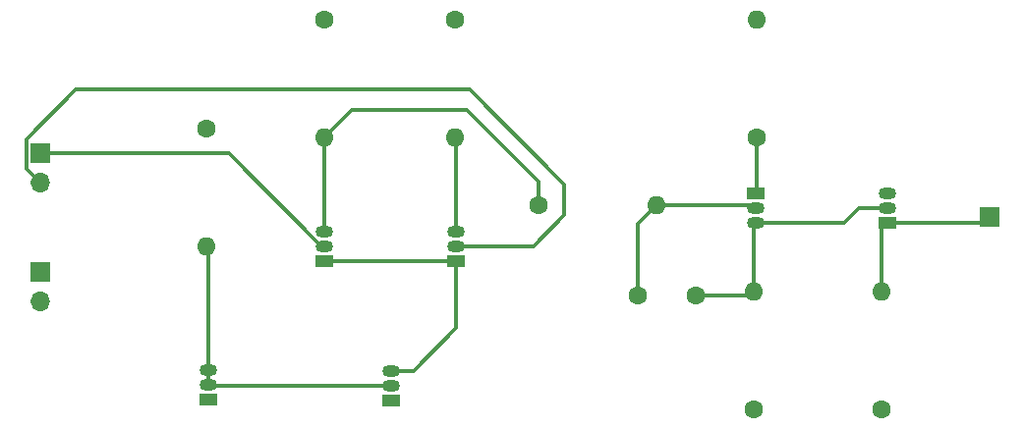
<source format=gbr>
%TF.GenerationSoftware,KiCad,Pcbnew,8.0.4*%
%TF.CreationDate,2024-10-21T15:03:49+02:00*%
%TF.ProjectId,GiugPamp_101,47697567-5061-46d7-905f-3130312e6b69,rev?*%
%TF.SameCoordinates,Original*%
%TF.FileFunction,Copper,L1,Top*%
%TF.FilePolarity,Positive*%
%FSLAX46Y46*%
G04 Gerber Fmt 4.6, Leading zero omitted, Abs format (unit mm)*
G04 Created by KiCad (PCBNEW 8.0.4) date 2024-10-21 15:03:49*
%MOMM*%
%LPD*%
G01*
G04 APERTURE LIST*
%TA.AperFunction,ComponentPad*%
%ADD10C,1.600000*%
%TD*%
%TA.AperFunction,ComponentPad*%
%ADD11O,1.600000X1.600000*%
%TD*%
%TA.AperFunction,ComponentPad*%
%ADD12R,1.500000X1.050000*%
%TD*%
%TA.AperFunction,ComponentPad*%
%ADD13O,1.500000X1.050000*%
%TD*%
%TA.AperFunction,ComponentPad*%
%ADD14R,1.700000X1.700000*%
%TD*%
%TA.AperFunction,ComponentPad*%
%ADD15O,1.700000X1.700000*%
%TD*%
%TA.AperFunction,Conductor*%
%ADD16C,0.300000*%
%TD*%
%TA.AperFunction,Conductor*%
%ADD17C,0.200000*%
%TD*%
G04 APERTURE END LIST*
D10*
%TO.P,R2,1*%
%TO.N,VCC*%
X80500000Y-51170000D03*
D11*
%TO.P,R2,2*%
%TO.N,Net-(Q2-C)*%
X80500000Y-61330000D03*
%TD*%
D12*
%TO.P,Q2,1,E*%
%TO.N,Net-(Q1-E)*%
X80610000Y-72020000D03*
D13*
%TO.P,Q2,2,B*%
%TO.N,V-*%
X80610000Y-70750000D03*
%TO.P,Q2,3,C*%
%TO.N,Net-(Q2-C)*%
X80610000Y-69480000D03*
%TD*%
D10*
%TO.P,C1,1*%
%TO.N,Net-(Q5-C)*%
X101250000Y-75020000D03*
%TO.P,C1,2*%
%TO.N,Net-(Q5-B)*%
X96250000Y-75020000D03*
%TD*%
%TO.P,R5,1*%
%TO.N,Net-(Q5-E)*%
X106510000Y-61380000D03*
D11*
%TO.P,R5,2*%
%TO.N,VCC*%
X106510000Y-51220000D03*
%TD*%
D10*
%TO.P,R6,1*%
%TO.N,VEE*%
X106250000Y-84830000D03*
D11*
%TO.P,R6,2*%
%TO.N,Net-(Q5-C)*%
X106250000Y-74670000D03*
%TD*%
D14*
%TO.P,OUT,1,Pin_1*%
%TO.N,OUT*%
X126550000Y-68200000D03*
%TD*%
D10*
%TO.P,R4,1*%
%TO.N,Net-(Q1-C)*%
X87670000Y-67250000D03*
D11*
%TO.P,R4,2*%
%TO.N,Net-(Q5-B)*%
X97830000Y-67250000D03*
%TD*%
D12*
%TO.P,Q3,1,E*%
%TO.N,VEE*%
X75000000Y-84020000D03*
D13*
%TO.P,Q3,2,B*%
%TO.N,Net-(Q3-B)*%
X75000000Y-82750000D03*
%TO.P,Q3,3,C*%
%TO.N,Net-(Q1-E)*%
X75000000Y-81480000D03*
%TD*%
D10*
%TO.P,R1,1*%
%TO.N,VCC*%
X69250000Y-51220000D03*
D11*
%TO.P,R1,2*%
%TO.N,Net-(Q1-C)*%
X69250000Y-61380000D03*
%TD*%
D12*
%TO.P,Q4,1,E*%
%TO.N,VEE*%
X59250000Y-84000000D03*
D13*
%TO.P,Q4,2,B*%
%TO.N,Net-(Q3-B)*%
X59250000Y-82730000D03*
%TO.P,Q4,3,C*%
X59250000Y-81460000D03*
%TD*%
D14*
%TO.P,PWR_IN,1,Pin_1*%
%TO.N,VCC*%
X44750000Y-72975000D03*
D15*
%TO.P,PWR_IN,2,Pin_2*%
%TO.N,VEE*%
X44750000Y-75515000D03*
%TD*%
D12*
%TO.P,Q1,1,E*%
%TO.N,Net-(Q1-E)*%
X69250000Y-72000000D03*
D13*
%TO.P,Q1,2,B*%
%TO.N,V+*%
X69250000Y-70730000D03*
%TO.P,Q1,3,C*%
%TO.N,Net-(Q1-C)*%
X69250000Y-69460000D03*
%TD*%
D10*
%TO.P,R3,1*%
%TO.N,VCC*%
X59100000Y-60620000D03*
D11*
%TO.P,R3,2*%
%TO.N,Net-(Q3-B)*%
X59100000Y-70780000D03*
%TD*%
D12*
%TO.P,Q5,1,E*%
%TO.N,Net-(Q5-E)*%
X106390000Y-66230000D03*
D13*
%TO.P,Q5,2,B*%
%TO.N,Net-(Q5-B)*%
X106390000Y-67500000D03*
%TO.P,Q5,3,C*%
%TO.N,Net-(Q5-C)*%
X106390000Y-68770000D03*
%TD*%
D14*
%TO.P,IN,1,Pin_1*%
%TO.N,V+*%
X44750000Y-62710000D03*
D15*
%TO.P,IN,2,Pin_2*%
%TO.N,V-*%
X44750000Y-65250000D03*
%TD*%
D12*
%TO.P,Q6,1,E*%
%TO.N,OUT*%
X117750000Y-68750000D03*
D13*
%TO.P,Q6,2,B*%
%TO.N,Net-(Q5-C)*%
X117750000Y-67480000D03*
%TO.P,Q6,3,C*%
%TO.N,VCC*%
X117750000Y-66210000D03*
%TD*%
D10*
%TO.P,R7,1*%
%TO.N,VEE*%
X117250000Y-84830000D03*
D11*
%TO.P,R7,2*%
%TO.N,OUT*%
X117250000Y-74670000D03*
%TD*%
D16*
%TO.N,Net-(Q5-C)*%
X101250000Y-75020000D02*
X105900000Y-75020000D01*
X115326346Y-67480000D02*
X117750000Y-67480000D01*
X106390000Y-68770000D02*
X114036346Y-68770000D01*
X114036346Y-68770000D02*
X115326346Y-67480000D01*
X106250000Y-74670000D02*
X106250000Y-68910000D01*
X106250000Y-68910000D02*
X106390000Y-68770000D01*
X105900000Y-75020000D02*
X106250000Y-74670000D01*
%TO.N,Net-(Q5-B)*%
X97830000Y-67250000D02*
X106140000Y-67250000D01*
X96250000Y-68830000D02*
X97830000Y-67250000D01*
X96250000Y-75020000D02*
X96250000Y-68830000D01*
X106140000Y-67250000D02*
X106390000Y-67500000D01*
D17*
X97800000Y-67280000D02*
X97830000Y-67250000D01*
D16*
%TO.N,V+*%
X61005000Y-62710000D02*
X69025000Y-70730000D01*
X44750000Y-62710000D02*
X61005000Y-62710000D01*
X69025000Y-70730000D02*
X69250000Y-70730000D01*
%TO.N,V-*%
X89940000Y-65440000D02*
X89940000Y-68060000D01*
X47810000Y-57250000D02*
X81750000Y-57250000D01*
X43550000Y-64050000D02*
X43550000Y-61510000D01*
X44750000Y-65250000D02*
X43550000Y-64050000D01*
D17*
X80610000Y-70750000D02*
X80488274Y-70750000D01*
D16*
X43550000Y-61510000D02*
X47810000Y-57250000D01*
X89940000Y-68060000D02*
X87250000Y-70750000D01*
X81750000Y-57250000D02*
X89940000Y-65440000D01*
X87250000Y-70750000D02*
X80610000Y-70750000D01*
%TO.N,OUT*%
X126000000Y-68750000D02*
X126550000Y-68200000D01*
X117250000Y-74670000D02*
X117250000Y-69250000D01*
X117250000Y-69250000D02*
X117750000Y-68750000D01*
X117750000Y-68750000D02*
X126000000Y-68750000D01*
%TO.N,Net-(Q1-E)*%
X75000000Y-81480000D02*
X76930000Y-81480000D01*
D17*
X81000000Y-72000000D02*
X80500000Y-72000000D01*
X80590000Y-72000000D02*
X80610000Y-72020000D01*
D16*
X80610000Y-77800000D02*
X80610000Y-72020000D01*
X76930000Y-81480000D02*
X80610000Y-77800000D01*
X69250000Y-72000000D02*
X80590000Y-72000000D01*
%TO.N,Net-(Q1-C)*%
X81500000Y-59000000D02*
X71630000Y-59000000D01*
X69250000Y-61380000D02*
X69250000Y-69460000D01*
X87670000Y-65170000D02*
X81500000Y-59000000D01*
X71630000Y-59000000D02*
X69250000Y-61380000D01*
X87670000Y-67250000D02*
X87670000Y-65170000D01*
%TO.N,Net-(Q2-C)*%
X80610000Y-69480000D02*
X80610000Y-61440000D01*
X80610000Y-61440000D02*
X80500000Y-61330000D01*
%TO.N,Net-(Q3-B)*%
X75000000Y-82750000D02*
X59270000Y-82750000D01*
D17*
X59270000Y-82750000D02*
X59250000Y-82730000D01*
D16*
X59250000Y-81460000D02*
X59250000Y-82730000D01*
X59250000Y-81460000D02*
X59250000Y-70930000D01*
X59250000Y-70930000D02*
X59100000Y-70780000D01*
%TO.N,Net-(Q5-E)*%
X106510000Y-61380000D02*
X106510000Y-66110000D01*
X106510000Y-66110000D02*
X106390000Y-66230000D01*
%TD*%
M02*

</source>
